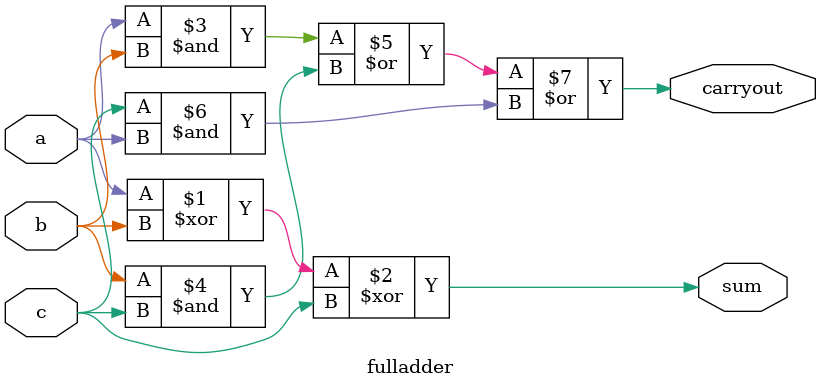
<source format=v>
module fulladder
(
    input a,b,c,
    output sum,carryout
);

assign sum = a ^ b ^ c;
assign carryout = (a & b) | (b & c) | (c & a);

endmodule
</source>
